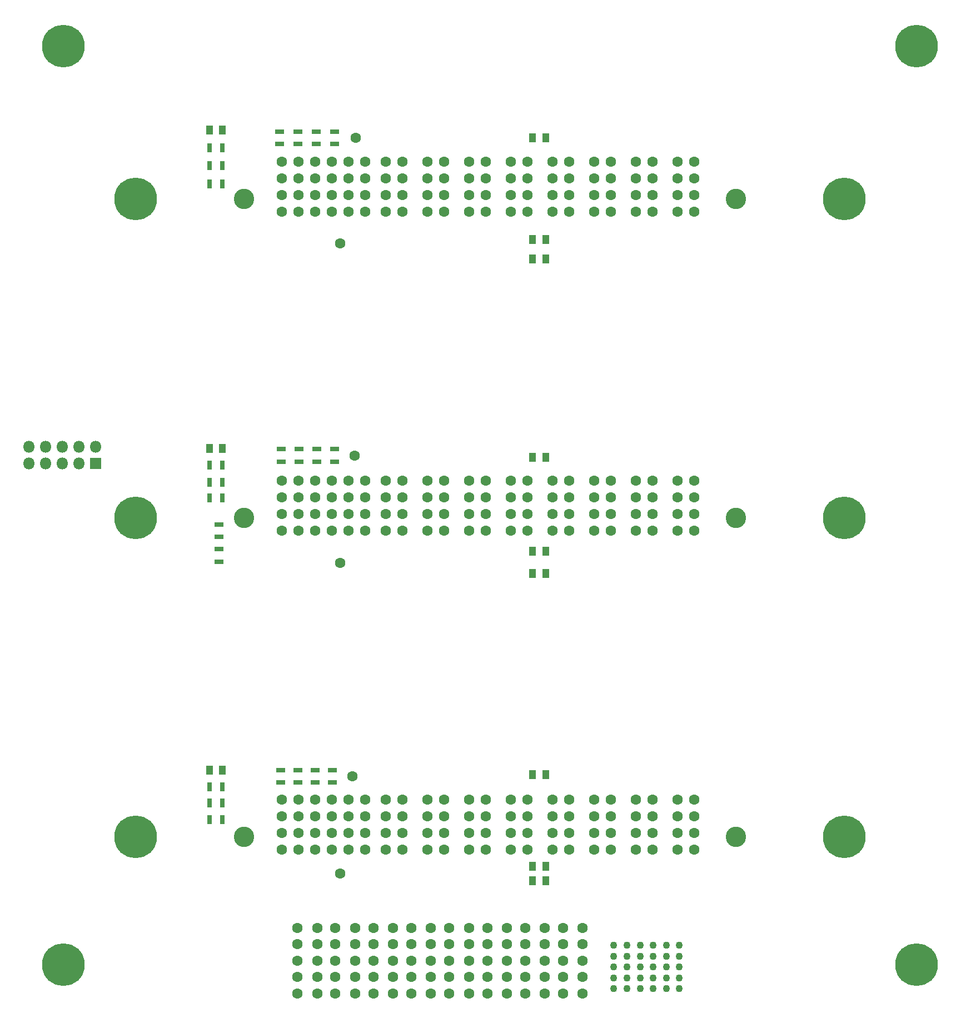
<source format=gbr>
%TF.GenerationSoftware,KiCad,Pcbnew,(5.1.5)-3*%
%TF.CreationDate,2021-10-03T16:15:59+02:00*%
%TF.ProjectId,Backplane PSU,4261636b-706c-4616-9e65-205053552e6b,rev?*%
%TF.SameCoordinates,PX68e7780PYb532b80*%
%TF.FileFunction,Soldermask,Bot*%
%TF.FilePolarity,Negative*%
%FSLAX46Y46*%
G04 Gerber Fmt 4.6, Leading zero omitted, Abs format (unit mm)*
G04 Created by KiCad (PCBNEW (5.1.5)-3) date 2021-10-03 16:15:59*
%MOMM*%
%LPD*%
G04 APERTURE LIST*
%ADD10R,1.100000X1.350000*%
%ADD11R,0.800000X1.400000*%
%ADD12R,1.400000X0.800000*%
%ADD13C,1.600000*%
%ADD14C,1.100000*%
%ADD15C,6.500000*%
%ADD16O,1.800000X1.800000*%
%ADD17R,1.800000X1.800000*%
%ADD18C,3.100000*%
G04 APERTURE END LIST*
D10*
%TO.C,C1*%
X24250000Y78625000D03*
X22250000Y78625000D03*
%TD*%
%TO.C,C2*%
X24250000Y127150000D03*
X22250000Y127150000D03*
%TD*%
%TO.C,C5*%
X22250000Y29600000D03*
X24250000Y29600000D03*
%TD*%
D11*
%TO.C,R1*%
X24200000Y71150000D03*
X22300000Y71150000D03*
%TD*%
%TO.C,R2*%
X22300000Y121750000D03*
X24200000Y121750000D03*
%TD*%
D12*
%TO.C,R3*%
X33200000Y76650000D03*
X33200000Y78550000D03*
%TD*%
%TO.C,R4*%
X32900000Y125050000D03*
X32900000Y126950000D03*
%TD*%
D11*
%TO.C,R5*%
X24200000Y73500000D03*
X22300000Y73500000D03*
%TD*%
%TO.C,R6*%
X22300000Y119000000D03*
X24200000Y119000000D03*
%TD*%
%TO.C,R7*%
X22300000Y76150000D03*
X24200000Y76150000D03*
%TD*%
%TO.C,R8*%
X24200000Y124500000D03*
X22300000Y124500000D03*
%TD*%
D12*
%TO.C,R9*%
X35916250Y78550000D03*
X35916250Y76650000D03*
%TD*%
%TO.C,R10*%
X35716250Y126950000D03*
X35716250Y125050000D03*
%TD*%
%TO.C,R11*%
X38632500Y76650000D03*
X38632500Y78550000D03*
%TD*%
%TO.C,R12*%
X38532500Y125050000D03*
X38532500Y126950000D03*
%TD*%
%TO.C,R13*%
X41348750Y78550000D03*
X41348750Y76650000D03*
%TD*%
%TO.C,R14*%
X41348750Y126950000D03*
X41348750Y125050000D03*
%TD*%
%TO.C,R15*%
X23700000Y63300000D03*
X23700000Y61400000D03*
%TD*%
%TO.C,R16*%
X23700000Y67100000D03*
X23700000Y65200000D03*
%TD*%
D11*
%TO.C,R17*%
X24200000Y24600000D03*
X22300000Y24600000D03*
%TD*%
D12*
%TO.C,R18*%
X33100000Y29650000D03*
X33100000Y27750000D03*
%TD*%
D11*
%TO.C,R19*%
X24200000Y22100000D03*
X22300000Y22100000D03*
%TD*%
%TO.C,R20*%
X22300000Y27100000D03*
X24200000Y27100000D03*
%TD*%
D12*
%TO.C,R21*%
X35741250Y27750000D03*
X35741250Y29650000D03*
%TD*%
%TO.C,R22*%
X38382500Y29650000D03*
X38382500Y27750000D03*
%TD*%
%TO.C,R23*%
X41023750Y27750000D03*
X41023750Y29650000D03*
%TD*%
D13*
%TO.C,TP1*%
X42150000Y61250000D03*
%TD*%
%TO.C,TP2*%
X44400000Y77600000D03*
%TD*%
%TO.C,TP3*%
X42150000Y109900000D03*
%TD*%
%TO.C,TP4*%
X44500000Y126000000D03*
%TD*%
%TO.C,TP5*%
X42200000Y13900000D03*
%TD*%
%TO.C,TP6*%
X44000000Y28700000D03*
%TD*%
D14*
%TO.C,J3*%
X83855000Y-3665000D03*
X83855000Y-2015000D03*
X83855000Y-365000D03*
X83855000Y1285000D03*
X83855000Y2935000D03*
X85855000Y-3665000D03*
X85855000Y-2015000D03*
X85855000Y-365000D03*
X85855000Y1285000D03*
X85855000Y2935000D03*
X87855000Y-3665000D03*
X87855000Y-2015000D03*
X87855000Y-365000D03*
X87855000Y1285000D03*
X87855000Y2935000D03*
X89855000Y-3665000D03*
X89855000Y-2015000D03*
X89855000Y-365000D03*
X89855000Y1285000D03*
X89855000Y2935000D03*
X91855000Y-3665000D03*
X91855000Y-2015000D03*
X91855000Y-365000D03*
X91855000Y1285000D03*
X91855000Y2935000D03*
X93855000Y-3665000D03*
X93855000Y-2015000D03*
X93855000Y-365000D03*
X93855000Y1285000D03*
X93855000Y2935000D03*
D13*
X35665000Y-4375000D03*
X35665000Y-1875000D03*
X35665000Y625000D03*
X35665000Y3125000D03*
X35665000Y5625000D03*
X38665000Y-4375000D03*
X38665000Y-1875000D03*
X38665000Y625000D03*
X38665000Y3125000D03*
X38665000Y5625000D03*
X41445000Y-4375000D03*
X47225000Y-4375000D03*
X53005000Y-4375000D03*
X58785000Y-4375000D03*
X64565000Y-4375000D03*
X70345000Y-4375000D03*
X76125000Y-4375000D03*
X44445000Y5625000D03*
X50225000Y5625000D03*
X56005000Y5625000D03*
X61785000Y5625000D03*
X67565000Y5625000D03*
X73345000Y5625000D03*
X79125000Y5625000D03*
X44445000Y-1875000D03*
X50225000Y-1875000D03*
X56005000Y-1875000D03*
X61785000Y-1875000D03*
X67565000Y-1875000D03*
X73345000Y-1875000D03*
X79125000Y-1875000D03*
X41445000Y3125000D03*
X47225000Y3125000D03*
X53005000Y3125000D03*
X58785000Y3125000D03*
X64565000Y3125000D03*
X70345000Y3125000D03*
X76125000Y3125000D03*
X41445000Y625000D03*
X47225000Y625000D03*
X53005000Y625000D03*
X58785000Y625000D03*
X64565000Y625000D03*
X70345000Y625000D03*
X76125000Y625000D03*
X41445000Y5625000D03*
X47225000Y5625000D03*
X53005000Y5625000D03*
X58785000Y5625000D03*
X64565000Y5625000D03*
X70345000Y5625000D03*
X76125000Y5625000D03*
X44445000Y625000D03*
X50225000Y625000D03*
X56005000Y625000D03*
X61785000Y625000D03*
X67565000Y625000D03*
X73345000Y625000D03*
X79125000Y625000D03*
X44445000Y-4375000D03*
X50225000Y-4375000D03*
X56005000Y-4375000D03*
X61785000Y-4375000D03*
X67565000Y-4375000D03*
X73345000Y-4375000D03*
X79125000Y-4375000D03*
X44445000Y3125000D03*
X50225000Y3125000D03*
X56005000Y3125000D03*
X61785000Y3125000D03*
X67565000Y3125000D03*
X73345000Y3125000D03*
X79125000Y3125000D03*
X41445000Y-1875000D03*
X47225000Y-1875000D03*
X53005000Y-1875000D03*
X58785000Y-1875000D03*
X64565000Y-1875000D03*
X70345000Y-1875000D03*
X76125000Y-1875000D03*
%TD*%
D15*
%TO.C,H1*%
X0Y140000000D03*
%TD*%
%TO.C,H2*%
X11000000Y116660000D03*
%TD*%
%TO.C,H3*%
X11000000Y68060000D03*
%TD*%
%TO.C,H4*%
X11000000Y19460000D03*
%TD*%
%TO.C,H5*%
X0Y0D03*
%TD*%
%TO.C,H6*%
X130000000Y0D03*
%TD*%
%TO.C,H7*%
X119000000Y19460000D03*
%TD*%
%TO.C,H8*%
X119000000Y68060000D03*
%TD*%
%TO.C,H9*%
X119000000Y116660000D03*
%TD*%
%TO.C,H10*%
X130000000Y140000000D03*
%TD*%
D16*
%TO.C,J5*%
X-5260000Y78890000D03*
X-5260000Y76350000D03*
X-2720000Y78890000D03*
X-2720000Y76350000D03*
X-180000Y78890000D03*
X-180000Y76350000D03*
X2360000Y78890000D03*
X2360000Y76350000D03*
X4900000Y78890000D03*
D17*
X4900000Y76350000D03*
%TD*%
D10*
%TO.C,C3*%
X73500000Y77300000D03*
X71500000Y77300000D03*
%TD*%
%TO.C,C4*%
X73500000Y126000000D03*
X71500000Y126000000D03*
%TD*%
%TO.C,C6*%
X71500000Y63000000D03*
X73500000Y63000000D03*
%TD*%
%TO.C,C7*%
X71500000Y107500000D03*
X73500000Y107500000D03*
%TD*%
%TO.C,C8*%
X73500000Y59600000D03*
X71500000Y59600000D03*
%TD*%
%TO.C,C9*%
X71500000Y110500000D03*
X73500000Y110500000D03*
%TD*%
%TO.C,C10*%
X73500000Y29000000D03*
X71500000Y29000000D03*
%TD*%
%TO.C,C11*%
X73500000Y12750000D03*
X71500000Y12750000D03*
%TD*%
%TO.C,C12*%
X71500000Y15000000D03*
X73500000Y15000000D03*
%TD*%
D18*
%TO.C,J4*%
X102470000Y19460000D03*
X27540000Y19460000D03*
D13*
X96120000Y17500000D03*
X93580000Y17500000D03*
X96120000Y20040000D03*
X93580000Y20040000D03*
X96120000Y22580000D03*
X93580000Y22580000D03*
X96120000Y25120000D03*
X93580000Y25120000D03*
X87230000Y22580000D03*
X80880000Y22580000D03*
X74530000Y22580000D03*
X68180000Y22580000D03*
X61830000Y22580000D03*
X55480000Y22580000D03*
X49130000Y22580000D03*
X89770000Y22580000D03*
X83420000Y22580000D03*
X77070000Y22580000D03*
X70720000Y22580000D03*
X64370000Y22580000D03*
X58020000Y22580000D03*
X51670000Y22580000D03*
X89770000Y17500000D03*
X83420000Y17500000D03*
X77070000Y17500000D03*
X70720000Y17500000D03*
X64370000Y17500000D03*
X58020000Y17500000D03*
X51670000Y17500000D03*
X89770000Y20040000D03*
X83420000Y20040000D03*
X77070000Y20040000D03*
X70720000Y20040000D03*
X64370000Y20040000D03*
X58020000Y20040000D03*
X51670000Y20040000D03*
X87230000Y25120000D03*
X80880000Y25120000D03*
X74530000Y25120000D03*
X68180000Y25120000D03*
X61830000Y25120000D03*
X55480000Y25120000D03*
X49130000Y25120000D03*
X89770000Y25120000D03*
X83420000Y25120000D03*
X77070000Y25120000D03*
X70720000Y25120000D03*
X64370000Y25120000D03*
X58020000Y25120000D03*
X51670000Y25120000D03*
X87230000Y20040000D03*
X80880000Y20040000D03*
X74530000Y20040000D03*
X68180000Y20040000D03*
X61830000Y20040000D03*
X55480000Y20040000D03*
X49130000Y20040000D03*
X87230000Y17500000D03*
X80880000Y17500000D03*
X74530000Y17500000D03*
X68180000Y17500000D03*
X61830000Y17500000D03*
X55480000Y17500000D03*
X49130000Y17500000D03*
X45960000Y17500000D03*
X45960000Y20040000D03*
X45960000Y22580000D03*
X45960000Y25120000D03*
X43420000Y17500000D03*
X43420000Y20040000D03*
X43420000Y22580000D03*
X43420000Y25120000D03*
X40880000Y17500000D03*
X40880000Y20040000D03*
X40880000Y22580000D03*
X40880000Y25120000D03*
X38340000Y17500000D03*
X38340000Y20040000D03*
X38340000Y22580000D03*
X38340000Y25120000D03*
X35800000Y17500000D03*
X35800000Y20040000D03*
X35800000Y22580000D03*
X35800000Y25120000D03*
X33260000Y17500000D03*
X33260000Y20040000D03*
X33260000Y22580000D03*
X33260000Y25120000D03*
%TD*%
D18*
%TO.C,J1*%
X102470000Y68060000D03*
X27540000Y68060000D03*
D13*
X96120000Y66100000D03*
X93580000Y66100000D03*
X96120000Y68640000D03*
X93580000Y68640000D03*
X96120000Y71180000D03*
X93580000Y71180000D03*
X96120000Y73720000D03*
X93580000Y73720000D03*
X87230000Y71180000D03*
X80880000Y71180000D03*
X74530000Y71180000D03*
X68180000Y71180000D03*
X61830000Y71180000D03*
X55480000Y71180000D03*
X49130000Y71180000D03*
X89770000Y71180000D03*
X83420000Y71180000D03*
X77070000Y71180000D03*
X70720000Y71180000D03*
X64370000Y71180000D03*
X58020000Y71180000D03*
X51670000Y71180000D03*
X89770000Y66100000D03*
X83420000Y66100000D03*
X77070000Y66100000D03*
X70720000Y66100000D03*
X64370000Y66100000D03*
X58020000Y66100000D03*
X51670000Y66100000D03*
X89770000Y68640000D03*
X83420000Y68640000D03*
X77070000Y68640000D03*
X70720000Y68640000D03*
X64370000Y68640000D03*
X58020000Y68640000D03*
X51670000Y68640000D03*
X87230000Y73720000D03*
X80880000Y73720000D03*
X74530000Y73720000D03*
X68180000Y73720000D03*
X61830000Y73720000D03*
X55480000Y73720000D03*
X49130000Y73720000D03*
X89770000Y73720000D03*
X83420000Y73720000D03*
X77070000Y73720000D03*
X70720000Y73720000D03*
X64370000Y73720000D03*
X58020000Y73720000D03*
X51670000Y73720000D03*
X87230000Y68640000D03*
X80880000Y68640000D03*
X74530000Y68640000D03*
X68180000Y68640000D03*
X61830000Y68640000D03*
X55480000Y68640000D03*
X49130000Y68640000D03*
X87230000Y66100000D03*
X80880000Y66100000D03*
X74530000Y66100000D03*
X68180000Y66100000D03*
X61830000Y66100000D03*
X55480000Y66100000D03*
X49130000Y66100000D03*
X45960000Y66100000D03*
X45960000Y68640000D03*
X45960000Y71180000D03*
X45960000Y73720000D03*
X43420000Y66100000D03*
X43420000Y68640000D03*
X43420000Y71180000D03*
X43420000Y73720000D03*
X40880000Y66100000D03*
X40880000Y68640000D03*
X40880000Y71180000D03*
X40880000Y73720000D03*
X38340000Y66100000D03*
X38340000Y68640000D03*
X38340000Y71180000D03*
X38340000Y73720000D03*
X35800000Y66100000D03*
X35800000Y68640000D03*
X35800000Y71180000D03*
X35800000Y73720000D03*
X33260000Y66100000D03*
X33260000Y68640000D03*
X33260000Y71180000D03*
X33260000Y73720000D03*
%TD*%
D18*
%TO.C,J2*%
X102470000Y116660000D03*
X27540000Y116660000D03*
D13*
X96120000Y114700000D03*
X93580000Y114700000D03*
X96120000Y117240000D03*
X93580000Y117240000D03*
X96120000Y119780000D03*
X93580000Y119780000D03*
X96120000Y122320000D03*
X93580000Y122320000D03*
X87230000Y119780000D03*
X80880000Y119780000D03*
X74530000Y119780000D03*
X68180000Y119780000D03*
X61830000Y119780000D03*
X55480000Y119780000D03*
X49130000Y119780000D03*
X89770000Y119780000D03*
X83420000Y119780000D03*
X77070000Y119780000D03*
X70720000Y119780000D03*
X64370000Y119780000D03*
X58020000Y119780000D03*
X51670000Y119780000D03*
X89770000Y114700000D03*
X83420000Y114700000D03*
X77070000Y114700000D03*
X70720000Y114700000D03*
X64370000Y114700000D03*
X58020000Y114700000D03*
X51670000Y114700000D03*
X89770000Y117240000D03*
X83420000Y117240000D03*
X77070000Y117240000D03*
X70720000Y117240000D03*
X64370000Y117240000D03*
X58020000Y117240000D03*
X51670000Y117240000D03*
X87230000Y122320000D03*
X80880000Y122320000D03*
X74530000Y122320000D03*
X68180000Y122320000D03*
X61830000Y122320000D03*
X55480000Y122320000D03*
X49130000Y122320000D03*
X89770000Y122320000D03*
X83420000Y122320000D03*
X77070000Y122320000D03*
X70720000Y122320000D03*
X64370000Y122320000D03*
X58020000Y122320000D03*
X51670000Y122320000D03*
X87230000Y117240000D03*
X80880000Y117240000D03*
X74530000Y117240000D03*
X68180000Y117240000D03*
X61830000Y117240000D03*
X55480000Y117240000D03*
X49130000Y117240000D03*
X87230000Y114700000D03*
X80880000Y114700000D03*
X74530000Y114700000D03*
X68180000Y114700000D03*
X61830000Y114700000D03*
X55480000Y114700000D03*
X49130000Y114700000D03*
X45960000Y114700000D03*
X45960000Y117240000D03*
X45960000Y119780000D03*
X45960000Y122320000D03*
X43420000Y114700000D03*
X43420000Y117240000D03*
X43420000Y119780000D03*
X43420000Y122320000D03*
X40880000Y114700000D03*
X40880000Y117240000D03*
X40880000Y119780000D03*
X40880000Y122320000D03*
X38340000Y114700000D03*
X38340000Y117240000D03*
X38340000Y119780000D03*
X38340000Y122320000D03*
X35800000Y114700000D03*
X35800000Y117240000D03*
X35800000Y119780000D03*
X35800000Y122320000D03*
X33260000Y114700000D03*
X33260000Y117240000D03*
X33260000Y119780000D03*
X33260000Y122320000D03*
%TD*%
M02*

</source>
